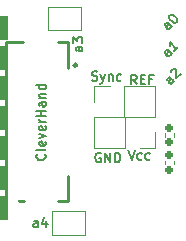
<source format=gbr>
%TF.GenerationSoftware,KiCad,Pcbnew,8.0.8-unknown-202501290020~8b811aa383~ubuntu22.04.1*%
%TF.CreationDate,2025-03-26T11:50:05+00:00*%
%TF.ProjectId,CONTROLLER_XIAO,434f4e54-524f-44c4-9c45-525f5849414f,rev?*%
%TF.SameCoordinates,Original*%
%TF.FileFunction,Legend,Top*%
%TF.FilePolarity,Positive*%
%FSLAX46Y46*%
G04 Gerber Fmt 4.6, Leading zero omitted, Abs format (unit mm)*
G04 Created by KiCad (PCBNEW 8.0.8-unknown-202501290020~8b811aa383~ubuntu22.04.1) date 2025-03-26 11:50:05*
%MOMM*%
%LPD*%
G01*
G04 APERTURE LIST*
G04 Aperture macros list*
%AMRoundRect*
0 Rectangle with rounded corners*
0 $1 Rounding radius*
0 $2 $3 $4 $5 $6 $7 $8 $9 X,Y pos of 4 corners*
0 Add a 4 corners polygon primitive as box body*
4,1,4,$2,$3,$4,$5,$6,$7,$8,$9,$2,$3,0*
0 Add four circle primitives for the rounded corners*
1,1,$1+$1,$2,$3*
1,1,$1+$1,$4,$5*
1,1,$1+$1,$6,$7*
1,1,$1+$1,$8,$9*
0 Add four rect primitives between the rounded corners*
20,1,$1+$1,$2,$3,$4,$5,0*
20,1,$1+$1,$4,$5,$6,$7,0*
20,1,$1+$1,$6,$7,$8,$9,0*
20,1,$1+$1,$8,$9,$2,$3,0*%
G04 Aperture macros list end*
%ADD10C,0.200000*%
%ADD11C,0.120000*%
%ADD12C,0.250000*%
%ADD13RoundRect,0.160000X-0.160000X0.197500X-0.160000X-0.197500X0.160000X-0.197500X0.160000X0.197500X0*%
%ADD14R,1.250000X0.300000*%
%ADD15R,2.500000X2.000000*%
%ADD16R,1.000000X1.500000*%
%ADD17R,1.700000X1.700000*%
%ADD18O,1.700000X1.700000*%
%ADD19RoundRect,1.000000X0.375000X0.000010X-0.375000X0.000010X-0.375000X-0.000010X0.375000X-0.000010X0*%
G04 APERTURE END LIST*
D10*
X62906187Y-81102498D02*
X62609875Y-80806187D01*
X62609875Y-80806187D02*
X62529063Y-80779249D01*
X62529063Y-80779249D02*
X62448251Y-80806187D01*
X62448251Y-80806187D02*
X62340501Y-80913936D01*
X62340501Y-80913936D02*
X62313564Y-80994748D01*
X62879249Y-81075561D02*
X62852312Y-81156373D01*
X62852312Y-81156373D02*
X62717625Y-81291060D01*
X62717625Y-81291060D02*
X62636813Y-81317997D01*
X62636813Y-81317997D02*
X62556001Y-81291060D01*
X62556001Y-81291060D02*
X62502126Y-81237185D01*
X62502126Y-81237185D02*
X62475188Y-81156373D01*
X62475188Y-81156373D02*
X62502126Y-81075561D01*
X62502126Y-81075561D02*
X62636813Y-80940874D01*
X62636813Y-80940874D02*
X62663750Y-80860061D01*
X62636813Y-80348250D02*
X62636813Y-80294376D01*
X62636813Y-80294376D02*
X62663751Y-80213563D01*
X62663751Y-80213563D02*
X62798438Y-80078876D01*
X62798438Y-80078876D02*
X62879250Y-80051939D01*
X62879250Y-80051939D02*
X62933125Y-80051939D01*
X62933125Y-80051939D02*
X63013937Y-80078876D01*
X63013937Y-80078876D02*
X63067812Y-80132751D01*
X63067812Y-80132751D02*
X63121686Y-80240501D01*
X63121686Y-80240501D02*
X63121686Y-80886999D01*
X63121686Y-80886999D02*
X63471873Y-80536812D01*
X62706187Y-78802498D02*
X62409875Y-78506187D01*
X62409875Y-78506187D02*
X62329063Y-78479249D01*
X62329063Y-78479249D02*
X62248251Y-78506187D01*
X62248251Y-78506187D02*
X62140501Y-78613936D01*
X62140501Y-78613936D02*
X62113564Y-78694748D01*
X62679249Y-78775561D02*
X62652312Y-78856373D01*
X62652312Y-78856373D02*
X62517625Y-78991060D01*
X62517625Y-78991060D02*
X62436813Y-79017997D01*
X62436813Y-79017997D02*
X62356001Y-78991060D01*
X62356001Y-78991060D02*
X62302126Y-78937185D01*
X62302126Y-78937185D02*
X62275188Y-78856373D01*
X62275188Y-78856373D02*
X62302126Y-78775561D01*
X62302126Y-78775561D02*
X62436813Y-78640874D01*
X62436813Y-78640874D02*
X62463750Y-78560061D01*
X63271873Y-78236812D02*
X62948624Y-78560061D01*
X63110248Y-78398437D02*
X62544563Y-77832751D01*
X62544563Y-77832751D02*
X62571500Y-77967438D01*
X62571500Y-77967438D02*
X62571500Y-78075188D01*
X62571500Y-78075188D02*
X62544563Y-78156000D01*
X62706187Y-76502498D02*
X62409875Y-76206187D01*
X62409875Y-76206187D02*
X62329063Y-76179249D01*
X62329063Y-76179249D02*
X62248251Y-76206187D01*
X62248251Y-76206187D02*
X62140501Y-76313936D01*
X62140501Y-76313936D02*
X62113564Y-76394748D01*
X62679249Y-76475561D02*
X62652312Y-76556373D01*
X62652312Y-76556373D02*
X62517625Y-76691060D01*
X62517625Y-76691060D02*
X62436813Y-76717997D01*
X62436813Y-76717997D02*
X62356001Y-76691060D01*
X62356001Y-76691060D02*
X62302126Y-76637185D01*
X62302126Y-76637185D02*
X62275188Y-76556373D01*
X62275188Y-76556373D02*
X62302126Y-76475561D01*
X62302126Y-76475561D02*
X62436813Y-76340874D01*
X62436813Y-76340874D02*
X62463750Y-76260061D01*
X62517625Y-75559689D02*
X62571500Y-75505814D01*
X62571500Y-75505814D02*
X62652312Y-75478876D01*
X62652312Y-75478876D02*
X62706187Y-75478876D01*
X62706187Y-75478876D02*
X62786999Y-75505814D01*
X62786999Y-75505814D02*
X62921686Y-75586626D01*
X62921686Y-75586626D02*
X63056373Y-75721313D01*
X63056373Y-75721313D02*
X63137186Y-75856000D01*
X63137186Y-75856000D02*
X63164123Y-75936812D01*
X63164123Y-75936812D02*
X63164123Y-75990687D01*
X63164123Y-75990687D02*
X63137186Y-76071499D01*
X63137186Y-76071499D02*
X63083311Y-76125374D01*
X63083311Y-76125374D02*
X63002499Y-76152311D01*
X63002499Y-76152311D02*
X62948624Y-76152311D01*
X62948624Y-76152311D02*
X62867812Y-76125374D01*
X62867812Y-76125374D02*
X62733125Y-76044562D01*
X62733125Y-76044562D02*
X62598438Y-75909875D01*
X62598438Y-75909875D02*
X62517625Y-75775188D01*
X62517625Y-75775188D02*
X62490688Y-75694376D01*
X62490688Y-75694376D02*
X62490688Y-75640501D01*
X62490688Y-75640501D02*
X62517625Y-75559689D01*
X59742857Y-81359695D02*
X59476190Y-80978742D01*
X59285714Y-81359695D02*
X59285714Y-80559695D01*
X59285714Y-80559695D02*
X59590476Y-80559695D01*
X59590476Y-80559695D02*
X59666666Y-80597790D01*
X59666666Y-80597790D02*
X59704761Y-80635885D01*
X59704761Y-80635885D02*
X59742857Y-80712076D01*
X59742857Y-80712076D02*
X59742857Y-80826361D01*
X59742857Y-80826361D02*
X59704761Y-80902552D01*
X59704761Y-80902552D02*
X59666666Y-80940647D01*
X59666666Y-80940647D02*
X59590476Y-80978742D01*
X59590476Y-80978742D02*
X59285714Y-80978742D01*
X60085714Y-80940647D02*
X60352380Y-80940647D01*
X60466666Y-81359695D02*
X60085714Y-81359695D01*
X60085714Y-81359695D02*
X60085714Y-80559695D01*
X60085714Y-80559695D02*
X60466666Y-80559695D01*
X61076190Y-80940647D02*
X60809524Y-80940647D01*
X60809524Y-81359695D02*
X60809524Y-80559695D01*
X60809524Y-80559695D02*
X61190476Y-80559695D01*
X55159695Y-78209523D02*
X54740647Y-78209523D01*
X54740647Y-78209523D02*
X54664457Y-78247618D01*
X54664457Y-78247618D02*
X54626361Y-78323809D01*
X54626361Y-78323809D02*
X54626361Y-78476190D01*
X54626361Y-78476190D02*
X54664457Y-78552380D01*
X55121600Y-78209523D02*
X55159695Y-78285714D01*
X55159695Y-78285714D02*
X55159695Y-78476190D01*
X55159695Y-78476190D02*
X55121600Y-78552380D01*
X55121600Y-78552380D02*
X55045409Y-78590476D01*
X55045409Y-78590476D02*
X54969219Y-78590476D01*
X54969219Y-78590476D02*
X54893028Y-78552380D01*
X54893028Y-78552380D02*
X54854933Y-78476190D01*
X54854933Y-78476190D02*
X54854933Y-78285714D01*
X54854933Y-78285714D02*
X54816838Y-78209523D01*
X54359695Y-77904761D02*
X54359695Y-77409523D01*
X54359695Y-77409523D02*
X54664457Y-77676189D01*
X54664457Y-77676189D02*
X54664457Y-77561904D01*
X54664457Y-77561904D02*
X54702552Y-77485713D01*
X54702552Y-77485713D02*
X54740647Y-77447618D01*
X54740647Y-77447618D02*
X54816838Y-77409523D01*
X54816838Y-77409523D02*
X55007314Y-77409523D01*
X55007314Y-77409523D02*
X55083504Y-77447618D01*
X55083504Y-77447618D02*
X55121600Y-77485713D01*
X55121600Y-77485713D02*
X55159695Y-77561904D01*
X55159695Y-77561904D02*
X55159695Y-77790475D01*
X55159695Y-77790475D02*
X55121600Y-77866666D01*
X55121600Y-77866666D02*
X55083504Y-77904761D01*
X55961904Y-81021600D02*
X56076190Y-81059695D01*
X56076190Y-81059695D02*
X56266666Y-81059695D01*
X56266666Y-81059695D02*
X56342857Y-81021600D01*
X56342857Y-81021600D02*
X56380952Y-80983504D01*
X56380952Y-80983504D02*
X56419047Y-80907314D01*
X56419047Y-80907314D02*
X56419047Y-80831123D01*
X56419047Y-80831123D02*
X56380952Y-80754933D01*
X56380952Y-80754933D02*
X56342857Y-80716838D01*
X56342857Y-80716838D02*
X56266666Y-80678742D01*
X56266666Y-80678742D02*
X56114285Y-80640647D01*
X56114285Y-80640647D02*
X56038095Y-80602552D01*
X56038095Y-80602552D02*
X56000000Y-80564457D01*
X56000000Y-80564457D02*
X55961904Y-80488266D01*
X55961904Y-80488266D02*
X55961904Y-80412076D01*
X55961904Y-80412076D02*
X56000000Y-80335885D01*
X56000000Y-80335885D02*
X56038095Y-80297790D01*
X56038095Y-80297790D02*
X56114285Y-80259695D01*
X56114285Y-80259695D02*
X56304762Y-80259695D01*
X56304762Y-80259695D02*
X56419047Y-80297790D01*
X56685714Y-80526361D02*
X56876190Y-81059695D01*
X57066667Y-80526361D02*
X56876190Y-81059695D01*
X56876190Y-81059695D02*
X56800000Y-81250171D01*
X56800000Y-81250171D02*
X56761905Y-81288266D01*
X56761905Y-81288266D02*
X56685714Y-81326361D01*
X57371429Y-80526361D02*
X57371429Y-81059695D01*
X57371429Y-80602552D02*
X57409524Y-80564457D01*
X57409524Y-80564457D02*
X57485714Y-80526361D01*
X57485714Y-80526361D02*
X57600000Y-80526361D01*
X57600000Y-80526361D02*
X57676191Y-80564457D01*
X57676191Y-80564457D02*
X57714286Y-80640647D01*
X57714286Y-80640647D02*
X57714286Y-81059695D01*
X58438096Y-81021600D02*
X58361905Y-81059695D01*
X58361905Y-81059695D02*
X58209524Y-81059695D01*
X58209524Y-81059695D02*
X58133334Y-81021600D01*
X58133334Y-81021600D02*
X58095239Y-80983504D01*
X58095239Y-80983504D02*
X58057143Y-80907314D01*
X58057143Y-80907314D02*
X58057143Y-80678742D01*
X58057143Y-80678742D02*
X58095239Y-80602552D01*
X58095239Y-80602552D02*
X58133334Y-80564457D01*
X58133334Y-80564457D02*
X58209524Y-80526361D01*
X58209524Y-80526361D02*
X58361905Y-80526361D01*
X58361905Y-80526361D02*
X58438096Y-80564457D01*
X59047619Y-86959695D02*
X59314286Y-87759695D01*
X59314286Y-87759695D02*
X59580952Y-86959695D01*
X60190476Y-87721600D02*
X60114285Y-87759695D01*
X60114285Y-87759695D02*
X59961904Y-87759695D01*
X59961904Y-87759695D02*
X59885714Y-87721600D01*
X59885714Y-87721600D02*
X59847619Y-87683504D01*
X59847619Y-87683504D02*
X59809523Y-87607314D01*
X59809523Y-87607314D02*
X59809523Y-87378742D01*
X59809523Y-87378742D02*
X59847619Y-87302552D01*
X59847619Y-87302552D02*
X59885714Y-87264457D01*
X59885714Y-87264457D02*
X59961904Y-87226361D01*
X59961904Y-87226361D02*
X60114285Y-87226361D01*
X60114285Y-87226361D02*
X60190476Y-87264457D01*
X60876190Y-87721600D02*
X60799999Y-87759695D01*
X60799999Y-87759695D02*
X60647618Y-87759695D01*
X60647618Y-87759695D02*
X60571428Y-87721600D01*
X60571428Y-87721600D02*
X60533333Y-87683504D01*
X60533333Y-87683504D02*
X60495237Y-87607314D01*
X60495237Y-87607314D02*
X60495237Y-87378742D01*
X60495237Y-87378742D02*
X60533333Y-87302552D01*
X60533333Y-87302552D02*
X60571428Y-87264457D01*
X60571428Y-87264457D02*
X60647618Y-87226361D01*
X60647618Y-87226361D02*
X60799999Y-87226361D01*
X60799999Y-87226361D02*
X60876190Y-87264457D01*
X51968503Y-87304761D02*
X52006599Y-87342857D01*
X52006599Y-87342857D02*
X52044694Y-87457142D01*
X52044694Y-87457142D02*
X52044694Y-87533333D01*
X52044694Y-87533333D02*
X52006599Y-87647619D01*
X52006599Y-87647619D02*
X51930408Y-87723809D01*
X51930408Y-87723809D02*
X51854218Y-87761904D01*
X51854218Y-87761904D02*
X51701837Y-87800000D01*
X51701837Y-87800000D02*
X51587551Y-87800000D01*
X51587551Y-87800000D02*
X51435170Y-87761904D01*
X51435170Y-87761904D02*
X51358979Y-87723809D01*
X51358979Y-87723809D02*
X51282789Y-87647619D01*
X51282789Y-87647619D02*
X51244694Y-87533333D01*
X51244694Y-87533333D02*
X51244694Y-87457142D01*
X51244694Y-87457142D02*
X51282789Y-87342857D01*
X51282789Y-87342857D02*
X51320884Y-87304761D01*
X52044694Y-86847619D02*
X52006599Y-86923809D01*
X52006599Y-86923809D02*
X51930408Y-86961904D01*
X51930408Y-86961904D02*
X51244694Y-86961904D01*
X52006599Y-86238094D02*
X52044694Y-86314285D01*
X52044694Y-86314285D02*
X52044694Y-86466666D01*
X52044694Y-86466666D02*
X52006599Y-86542856D01*
X52006599Y-86542856D02*
X51930408Y-86580952D01*
X51930408Y-86580952D02*
X51625646Y-86580952D01*
X51625646Y-86580952D02*
X51549456Y-86542856D01*
X51549456Y-86542856D02*
X51511360Y-86466666D01*
X51511360Y-86466666D02*
X51511360Y-86314285D01*
X51511360Y-86314285D02*
X51549456Y-86238094D01*
X51549456Y-86238094D02*
X51625646Y-86199999D01*
X51625646Y-86199999D02*
X51701837Y-86199999D01*
X51701837Y-86199999D02*
X51778027Y-86580952D01*
X51511360Y-85933333D02*
X52044694Y-85742857D01*
X52044694Y-85742857D02*
X51511360Y-85552380D01*
X52006599Y-84942856D02*
X52044694Y-85019047D01*
X52044694Y-85019047D02*
X52044694Y-85171428D01*
X52044694Y-85171428D02*
X52006599Y-85247618D01*
X52006599Y-85247618D02*
X51930408Y-85285714D01*
X51930408Y-85285714D02*
X51625646Y-85285714D01*
X51625646Y-85285714D02*
X51549456Y-85247618D01*
X51549456Y-85247618D02*
X51511360Y-85171428D01*
X51511360Y-85171428D02*
X51511360Y-85019047D01*
X51511360Y-85019047D02*
X51549456Y-84942856D01*
X51549456Y-84942856D02*
X51625646Y-84904761D01*
X51625646Y-84904761D02*
X51701837Y-84904761D01*
X51701837Y-84904761D02*
X51778027Y-85285714D01*
X52044694Y-84561904D02*
X51511360Y-84561904D01*
X51663741Y-84561904D02*
X51587551Y-84523809D01*
X51587551Y-84523809D02*
X51549456Y-84485714D01*
X51549456Y-84485714D02*
X51511360Y-84409523D01*
X51511360Y-84409523D02*
X51511360Y-84333333D01*
X52044694Y-84066666D02*
X51244694Y-84066666D01*
X51625646Y-84066666D02*
X51625646Y-83609523D01*
X52044694Y-83609523D02*
X51244694Y-83609523D01*
X52044694Y-82885714D02*
X51625646Y-82885714D01*
X51625646Y-82885714D02*
X51549456Y-82923809D01*
X51549456Y-82923809D02*
X51511360Y-83000000D01*
X51511360Y-83000000D02*
X51511360Y-83152381D01*
X51511360Y-83152381D02*
X51549456Y-83228571D01*
X52006599Y-82885714D02*
X52044694Y-82961905D01*
X52044694Y-82961905D02*
X52044694Y-83152381D01*
X52044694Y-83152381D02*
X52006599Y-83228571D01*
X52006599Y-83228571D02*
X51930408Y-83266667D01*
X51930408Y-83266667D02*
X51854218Y-83266667D01*
X51854218Y-83266667D02*
X51778027Y-83228571D01*
X51778027Y-83228571D02*
X51739932Y-83152381D01*
X51739932Y-83152381D02*
X51739932Y-82961905D01*
X51739932Y-82961905D02*
X51701837Y-82885714D01*
X51511360Y-82504761D02*
X52044694Y-82504761D01*
X51587551Y-82504761D02*
X51549456Y-82466666D01*
X51549456Y-82466666D02*
X51511360Y-82390476D01*
X51511360Y-82390476D02*
X51511360Y-82276190D01*
X51511360Y-82276190D02*
X51549456Y-82199999D01*
X51549456Y-82199999D02*
X51625646Y-82161904D01*
X51625646Y-82161904D02*
X52044694Y-82161904D01*
X52044694Y-81438094D02*
X51244694Y-81438094D01*
X52006599Y-81438094D02*
X52044694Y-81514285D01*
X52044694Y-81514285D02*
X52044694Y-81666666D01*
X52044694Y-81666666D02*
X52006599Y-81742856D01*
X52006599Y-81742856D02*
X51968503Y-81780951D01*
X51968503Y-81780951D02*
X51892313Y-81819047D01*
X51892313Y-81819047D02*
X51663741Y-81819047D01*
X51663741Y-81819047D02*
X51587551Y-81780951D01*
X51587551Y-81780951D02*
X51549456Y-81742856D01*
X51549456Y-81742856D02*
X51511360Y-81666666D01*
X51511360Y-81666666D02*
X51511360Y-81514285D01*
X51511360Y-81514285D02*
X51549456Y-81438094D01*
X51390476Y-93459695D02*
X51390476Y-93040647D01*
X51390476Y-93040647D02*
X51352381Y-92964457D01*
X51352381Y-92964457D02*
X51276190Y-92926361D01*
X51276190Y-92926361D02*
X51123809Y-92926361D01*
X51123809Y-92926361D02*
X51047619Y-92964457D01*
X51390476Y-93421600D02*
X51314285Y-93459695D01*
X51314285Y-93459695D02*
X51123809Y-93459695D01*
X51123809Y-93459695D02*
X51047619Y-93421600D01*
X51047619Y-93421600D02*
X51009523Y-93345409D01*
X51009523Y-93345409D02*
X51009523Y-93269219D01*
X51009523Y-93269219D02*
X51047619Y-93193028D01*
X51047619Y-93193028D02*
X51123809Y-93154933D01*
X51123809Y-93154933D02*
X51314285Y-93154933D01*
X51314285Y-93154933D02*
X51390476Y-93116838D01*
X52114286Y-92926361D02*
X52114286Y-93459695D01*
X51923810Y-92621600D02*
X51733333Y-93193028D01*
X51733333Y-93193028D02*
X52228572Y-93193028D01*
X56690476Y-87197790D02*
X56614286Y-87159695D01*
X56614286Y-87159695D02*
X56500000Y-87159695D01*
X56500000Y-87159695D02*
X56385714Y-87197790D01*
X56385714Y-87197790D02*
X56309524Y-87273980D01*
X56309524Y-87273980D02*
X56271429Y-87350171D01*
X56271429Y-87350171D02*
X56233333Y-87502552D01*
X56233333Y-87502552D02*
X56233333Y-87616838D01*
X56233333Y-87616838D02*
X56271429Y-87769219D01*
X56271429Y-87769219D02*
X56309524Y-87845409D01*
X56309524Y-87845409D02*
X56385714Y-87921600D01*
X56385714Y-87921600D02*
X56500000Y-87959695D01*
X56500000Y-87959695D02*
X56576191Y-87959695D01*
X56576191Y-87959695D02*
X56690476Y-87921600D01*
X56690476Y-87921600D02*
X56728572Y-87883504D01*
X56728572Y-87883504D02*
X56728572Y-87616838D01*
X56728572Y-87616838D02*
X56576191Y-87616838D01*
X57071429Y-87959695D02*
X57071429Y-87159695D01*
X57071429Y-87159695D02*
X57528572Y-87959695D01*
X57528572Y-87959695D02*
X57528572Y-87159695D01*
X57909524Y-87959695D02*
X57909524Y-87159695D01*
X57909524Y-87159695D02*
X58100000Y-87159695D01*
X58100000Y-87159695D02*
X58214286Y-87197790D01*
X58214286Y-87197790D02*
X58290476Y-87273980D01*
X58290476Y-87273980D02*
X58328571Y-87350171D01*
X58328571Y-87350171D02*
X58366667Y-87502552D01*
X58366667Y-87502552D02*
X58366667Y-87616838D01*
X58366667Y-87616838D02*
X58328571Y-87769219D01*
X58328571Y-87769219D02*
X58290476Y-87845409D01*
X58290476Y-87845409D02*
X58214286Y-87921600D01*
X58214286Y-87921600D02*
X58100000Y-87959695D01*
X58100000Y-87959695D02*
X57909524Y-87959695D01*
D11*
%TO.C,R1*%
X62119999Y-87832379D02*
X62119999Y-88167621D01*
X62880001Y-87832379D02*
X62880001Y-88167621D01*
%TO.C,R2*%
X62119999Y-85532379D02*
X62119999Y-85867621D01*
X62880001Y-85532379D02*
X62880001Y-85867621D01*
D12*
%TO.C,FPC1*%
X48679999Y-77830000D02*
X50140000Y-77830000D01*
X48680000Y-91270000D02*
X48679999Y-77830000D01*
X50170000Y-91270000D02*
X48680000Y-91270000D01*
X53099999Y-77830000D02*
X53920000Y-77830000D01*
X53920000Y-77830000D02*
X53920000Y-79970001D01*
X53920000Y-89130000D02*
X53920000Y-91270000D01*
X53920000Y-91270000D02*
X53130000Y-91270000D01*
X54680000Y-79770000D02*
G75*
G02*
X54420000Y-79770000I-130000J0D01*
G01*
X54420000Y-79770000D02*
G75*
G02*
X54680000Y-79770000I130000J0D01*
G01*
X54680000Y-79770000D02*
G75*
G02*
X54420000Y-79770000I-130000J0D01*
G01*
X54420000Y-79770000D02*
G75*
G02*
X54680000Y-79770000I130000J0D01*
G01*
D11*
%TO.C,JP1*%
X52549999Y-92100000D02*
X55349999Y-92100000D01*
X52549999Y-94100000D02*
X52549999Y-92100000D01*
X55349999Y-92100000D02*
X55349999Y-94100000D01*
X55349999Y-94100000D02*
X52549999Y-94100000D01*
%TO.C,J3*%
X56130000Y-81530000D02*
X57460000Y-81530000D01*
X56130000Y-82860000D02*
X56130000Y-81530000D01*
X56130000Y-84130000D02*
X56130000Y-86730000D01*
X56130000Y-84130000D02*
X58790000Y-84130000D01*
X56130000Y-86730000D02*
X58790000Y-86730000D01*
X58790000Y-84130000D02*
X58790000Y-86730000D01*
%TO.C,J1*%
X58670000Y-84129999D02*
X58670000Y-81530000D01*
X61330000Y-81530000D02*
X58670000Y-81530000D01*
X61330000Y-84129999D02*
X58670000Y-84129999D01*
X61330000Y-84129999D02*
X61330000Y-81530000D01*
X61330000Y-85400000D02*
X61330000Y-86730000D01*
X61330000Y-86730000D02*
X60000000Y-86730000D01*
%TO.C,JP2*%
X52249999Y-74800000D02*
X55049999Y-74800000D01*
X52249999Y-76800000D02*
X52249999Y-74800000D01*
X55049999Y-74800000D02*
X55049999Y-76800000D01*
X55049999Y-76800000D02*
X52249999Y-76800000D01*
%TD*%
%LPC*%
D13*
%TO.C,R1*%
X62500000Y-87402500D03*
X62500000Y-88597500D03*
%TD*%
%TO.C,R2*%
X62500000Y-85102500D03*
X62500000Y-86297500D03*
%TD*%
D14*
%TO.C,FPC1*%
X54190000Y-80350000D03*
X54190000Y-80850000D03*
X54190000Y-81350000D03*
X54190000Y-81850000D03*
X54190000Y-82350000D03*
X54190000Y-82850000D03*
X54190000Y-83350000D03*
X54190000Y-83850000D03*
X54190000Y-84350000D03*
X54190000Y-84850000D03*
X54190000Y-85350000D03*
X54190000Y-85850000D03*
X54190000Y-86350000D03*
X54190000Y-86850000D03*
X54190000Y-87350000D03*
X54190000Y-87850000D03*
X54190000Y-88350000D03*
X54190000Y-88850000D03*
D15*
X51610000Y-78660000D03*
X51650000Y-90540000D03*
%TD*%
D16*
%TO.C,JP1*%
X54599998Y-93100000D03*
X53300000Y-93100000D03*
%TD*%
D17*
%TO.C,J3*%
X57460000Y-82860000D03*
D18*
X57460000Y-85400000D03*
%TD*%
D17*
%TO.C,J1*%
X60000000Y-85400000D03*
D18*
X60000000Y-82860000D03*
%TD*%
D16*
%TO.C,JP2*%
X54299998Y-75800000D03*
X53000000Y-75800000D03*
%TD*%
D19*
%TO.C,U2*%
X64665000Y-76621750D03*
X64665000Y-79161750D03*
X64665000Y-81701750D03*
X64665000Y-84241750D03*
X64665000Y-86781750D03*
X64665000Y-89321750D03*
X64665000Y-91861750D03*
X48500000Y-91861750D03*
X48500000Y-89321750D03*
X48500000Y-86781750D03*
X48500000Y-84241750D03*
X48500000Y-81701750D03*
X48500000Y-79161750D03*
X48500000Y-76621750D03*
%TD*%
%LPD*%
M02*

</source>
